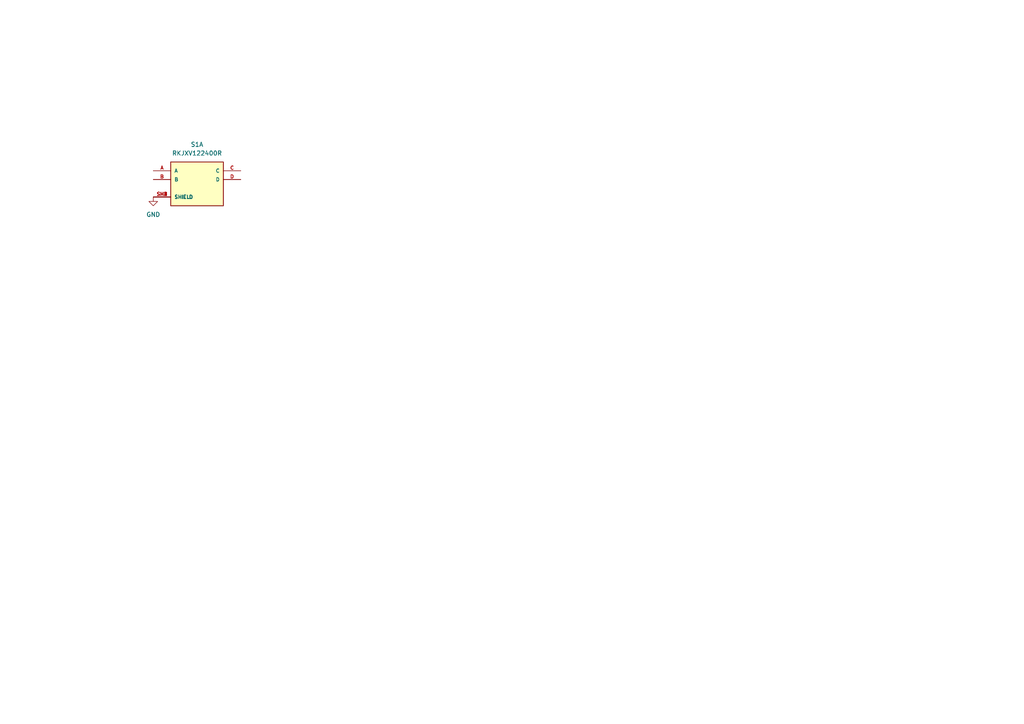
<source format=kicad_sch>
(kicad_sch (version 20250114) (generator "eeschema") (generator_version "9.0")
  (paper "A4")
  (lib_symbols
    (symbol "RKJXV122400R:RKJXV122400R" (pin_names (offset 1.016))
      (property "Reference" "S" (at -7.62 5.588 0))
      (property "Value" "RKJXV122400R" (at -7.62 -10.16 0))
      (symbol "RKJXV122400R_1_0"
        (rectangle (start -7.62 -7.62) (end 7.62 5.08) (stroke (width 0.254)) (fill (type background)))
        (pin passive line (at -12.7 2.54 0) (length 5.08) (name "A") (number "A"))
        (pin passive line (at -12.7 0 0) (length 5.08) (name "B") (number "B"))
        (pin passive line (at -12.7 -5.08 0) (length 5.08) (name "SHIELD") (number "SH1"))
        (pin passive line (at -12.7 -5.08 0) (length 5.08) (name "SHIELD") (number "SH2"))
        (pin passive line (at -12.7 -5.08 0) (length 5.08) (name "SHIELD") (number "SH3"))
        (pin passive line (at -12.7 -5.08 0) (length 5.08) (name "SHIELD") (number "SH4"))
        (pin passive line (at 12.7 2.54 180) (length 5.08) (name "C") (number "C"))
        (pin passive line (at 12.7 0 180) (length 5.08) (name "D") (number "D"))
      )
      (symbol "RKJXV122400R_2_0"
        (polyline (pts (xy -5.08 0) (xy -4.572 0)) (stroke (width 0.1524)))
        (polyline (pts (xy -4.572 0) (xy -3.81 1.016)) (stroke (width 0.254)))
        (polyline (pts (xy -3.81 1.016) (xy -2.54 -1.27)) (stroke (width 0.254)))
        (polyline (pts (xy -2.54 -1.27) (xy -1.27 1.016)) (stroke (width 0.254)))
        (polyline (pts (xy -1.27 1.016) (xy 0 -1.27)) (stroke (width 0.254)))
        (polyline (pts (xy -1.27 -2.54) (xy 0 -1.27)) (stroke (width 0.2032)))
        (polyline (pts (xy 0 -1.27) (xy 1.27 1.016)) (stroke (width 0.254)))
        (polyline (pts (xy 0 -1.27) (xy 1.27 -2.54)) (stroke (width 0.2032)))
        (polyline (pts (xy 1.27 1.016) (xy 2.54 -1.27)) (stroke (width 0.254)))
        (polyline (pts (xy 1.27 -2.54) (xy -1.27 -2.54)) (stroke (width 0.2032)))
        (polyline (pts (xy 2.54 -1.27) (xy 3.81 1.016)) (stroke (width 0.254)))
        (polyline (pts (xy 3.81 1.016) (xy 4.572 0)) (stroke (width 0.254)))
        (polyline (pts (xy 4.572 0) (xy 5.08 0)) (stroke (width 0.1524)))
        (pin passive line (at -7.62 0 0) (length 2.54) (name "~") (number "VR1_1"))
        (pin passive line (at 0 -5.08 90) (length 2.54) (name "~") (number "VR1_2"))
        (pin passive line (at 7.62 0 180) (length 2.54) (name "~") (number "VR1_3"))
      )
      (symbol "RKJXV122400R_3_0"
        (polyline (pts (xy -5.08 0) (xy -4.572 0)) (stroke (width 0.1524)))
        (polyline (pts (xy -4.572 0) (xy -3.81 1.016)) (stroke (width 0.254)))
        (polyline (pts (xy -3.81 1.016) (xy -2.54 -1.27)) (stroke (width 0.254)))
        (polyline (pts (xy -2.54 -1.27) (xy -1.27 1.016)) (stroke (width 0.254)))
        (polyline (pts (xy -1.27 1.016) (xy 0 -1.27)) (stroke (width 0.254)))
        (polyline (pts (xy -1.27 -2.54) (xy 0 -1.27)) (stroke (width 0.2032)))
        (polyline (pts (xy 0 -1.27) (xy 1.27 1.016)) (stroke (width 0.254)))
        (polyline (pts (xy 0 -1.27) (xy 1.27 -2.54)) (stroke (width 0.2032)))
        (polyline (pts (xy 1.27 1.016) (xy 2.54 -1.27)) (stroke (width 0.254)))
        (polyline (pts (xy 1.27 -2.54) (xy -1.27 -2.54)) (stroke (width 0.2032)))
        (polyline (pts (xy 2.54 -1.27) (xy 3.81 1.016)) (stroke (width 0.254)))
        (polyline (pts (xy 3.81 1.016) (xy 4.572 0)) (stroke (width 0.254)))
        (polyline (pts (xy 4.572 0) (xy 5.08 0)) (stroke (width 0.1524)))
        (pin passive line (at -7.62 0 0) (length 2.54) (name "~") (number "VR2_1"))
        (pin passive line (at 0 -5.08 90) (length 2.54) (name "~") (number "VR2_2"))
        (pin passive line (at 7.62 0 180) (length 2.54) (name "~") (number "VR2_3"))
      )
    )
    (symbol "power:GND" (power) (pin_numbers (hide yes)) (pin_names (offset 0) (hide yes))
      (property "Value" "GND" (at 0 -3.81 0))
      (symbol "GND_0_1"
        (polyline (pts (xy 0 0) (xy 0 -1.27) (xy 1.27 -1.27) (xy 0 -2.54) (xy -1.27 -1.27) (xy 0 -1.27)))
      )
      (symbol "GND_1_1"
        (pin power_in line (at 0 0 270) (length 0) (name "~") (number "1"))
      )
    )
  )
  (symbol (lib_id "RKJXV122400R:RKJXV122400R") (at 57.15 52.07 0) (unit 1)
    (property "Reference" "S1" (at 57.15 41.91 0))
    (property "Value" "RKJXV122400R" (at 57.15 44.45 0))
    (property "Footprint" "RKJXV122400R:SW_RKJXV122400R" (effects (hide yes)))
    (property "MF" "Alps Alpine" (effects (hide yes)))
    (property "MAXIMUM_PACKAGE_HEIGHT" "19.8 mm" (effects (hide yes)))
    (property "Package" "None" (effects (hide yes)))
    (property "Price" "None" (effects (hide yes)))
    (property "Check_prices" "https://www.snapeda.com/parts/RKJXV122400R/ALPS/view-part/?ref=eda" (effects (hide yes)))
    (property "STANDARD" "Manufacturer Recommendations" (effects (hide yes)))
    (property "PARTREV" "N/A" (effects (hide yes)))
    (property "SnapEDA_Link" "https://www.snapeda.com/parts/RKJXV122400R/ALPS/view-part/?ref=snap" (effects (hide yes)))
    (property "MP" "RKJXV122400R" (effects (hide yes)))
    (property "Description_1" "Multi-Directional Switches 23degree max, 10Kohm 50V AC, 5V DC" (effects (hide yes)))
    (property "MANUFACTURER" "ALPS" (effects (hide yes)))
    (property "Availability" "In Stock" (effects (hide yes)))
    (property "SNAPEDA_PN" "RKJXV122400R" (effects (hide yes)))
  )
  (symbol (lib_id "power:GND") (at 44.45 57.15 0) (unit 1)
    (property "Reference" "#PWR01" (effects (hide yes)))
    (property "Value" "GND" (at 44.45 62.23 0))
    (property "Description" "Power symbol creates a global label with name \"GND\" , ground" (effects (hide yes)))
  )
)
</source>
